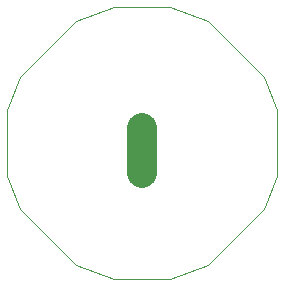
<source format=gbp>
G75*
%MOIN*%
%OFA0B0*%
%FSLAX25Y25*%
%IPPOS*%
%LPD*%
%AMOC8*
5,1,8,0,0,1.08239X$1,22.5*
%
%ADD10C,0.00100*%
%ADD11C,0.10000*%
D10*
X0012350Y0030950D02*
X0008050Y0041950D01*
X0008050Y0064150D01*
X0012350Y0075150D01*
X0030950Y0093750D01*
X0043650Y0098450D01*
X0062450Y0098450D01*
X0075150Y0093750D01*
X0093750Y0075150D01*
X0098050Y0064150D01*
X0098050Y0041950D01*
X0093750Y0030950D01*
X0075150Y0012350D01*
X0062450Y0007650D01*
X0043650Y0007650D01*
X0030950Y0012350D01*
X0012350Y0030950D01*
D11*
X0053050Y0043050D02*
X0053050Y0058050D01*
M02*

</source>
